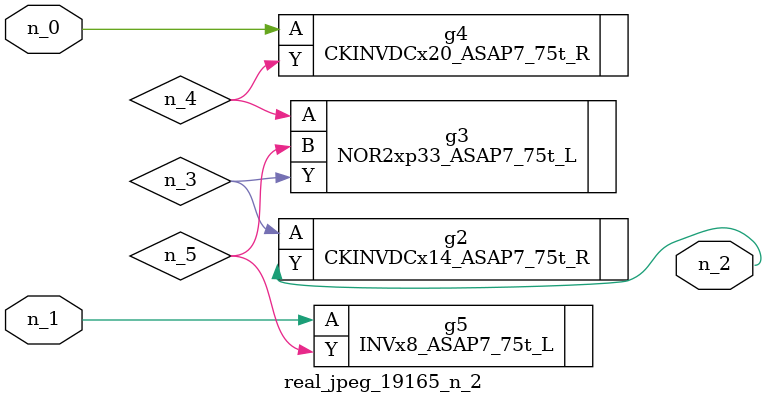
<source format=v>
module real_jpeg_19165_n_2 (n_1, n_0, n_2);

input n_1;
input n_0;

output n_2;

wire n_5;
wire n_4;
wire n_3;

CKINVDCx20_ASAP7_75t_R g4 ( 
.A(n_0),
.Y(n_4)
);

INVx8_ASAP7_75t_L g5 ( 
.A(n_1),
.Y(n_5)
);

CKINVDCx14_ASAP7_75t_R g2 ( 
.A(n_3),
.Y(n_2)
);

NOR2xp33_ASAP7_75t_L g3 ( 
.A(n_4),
.B(n_5),
.Y(n_3)
);


endmodule
</source>
